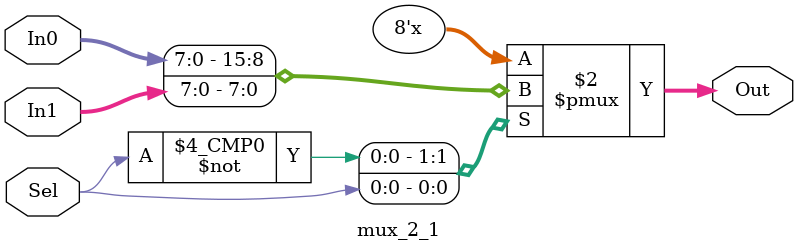
<source format=v>
`timescale 1ns / 1ps


module mux_2_1 (
    input wire [7:0] In0,        
    input wire [7:0] In1,        
    input wire Sel,            
    output reg [7:0] Out 
);

    always @(*) begin
        case (Sel)
            1'b0: Out = In0;
            1'b1: Out = In1;
            default: Out = 8'd0;
        endcase
    end

endmodule
</source>
